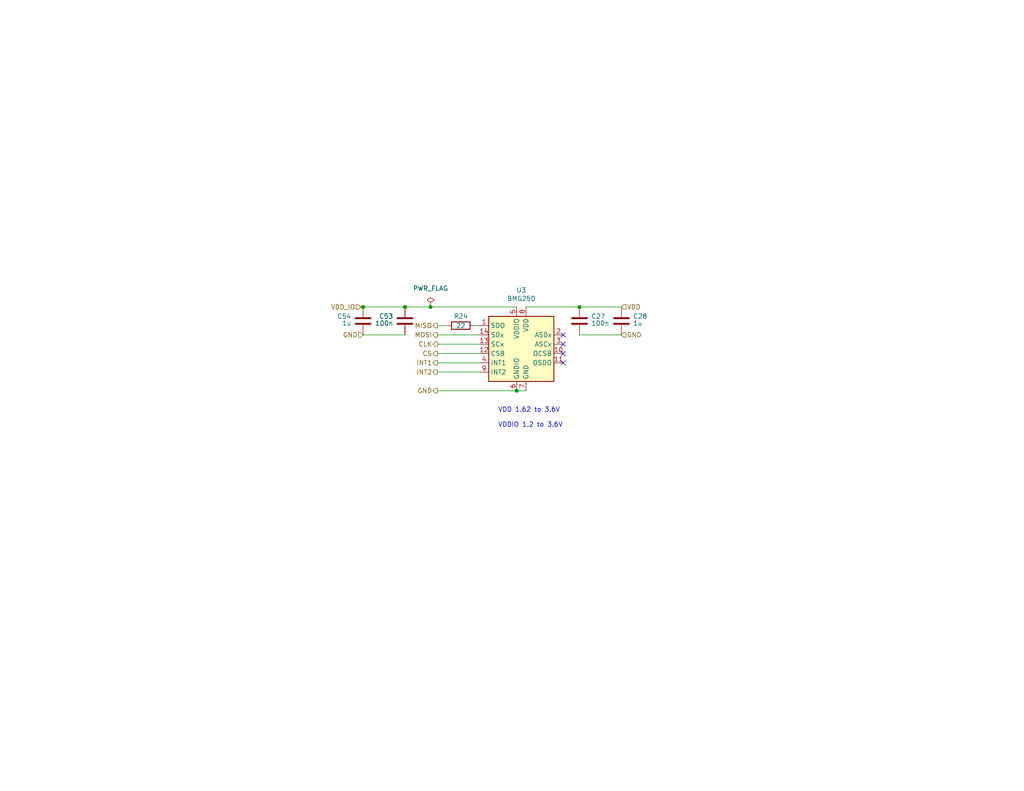
<source format=kicad_sch>
(kicad_sch (version 20231120) (generator "eeschema") (generator_version "8.0")
  (paper "A")
  (title_block (title "I3G4250D 3-axis digital gyroscope") (date "2020-04-27"))
  (lib_symbols
    (symbol "AVIONICS_BOARD-rescue:BMG250-1K_Custom_Symbol"
      (property "Reference" "U" (at -10.16 8.89 0))
      (property "Value" "1K_Custom_Symbol_BMG250" (at 10.16 10.16 0))
      (symbol "BMG250-1K_Custom_Symbol_1_1"
        (rectangle (start -10.16 7.62) (end 7.62 -10.16) (stroke (width 0.254)) (fill (type background)))
        (pin bidirectional line (at -12.7 5.08 0) (length 2.54) (name "SDO") (number "1"))
        (pin bidirectional line (at 10.16 -2.54 180) (length 2.54) (name "OCSB") (number "10"))
        (pin bidirectional line (at 10.16 -5.08 180) (length 2.54) (name "OSDO") (number "11"))
        (pin input line (at -12.7 -2.54 0) (length 2.54) (name "CSB") (number "12"))
        (pin input line (at -12.7 0 0) (length 2.54) (name "SCx") (number "13"))
        (pin bidirectional line (at -12.7 2.54 0) (length 2.54) (name "SDx") (number "14"))
        (pin bidirectional line (at 10.16 2.54 180) (length 2.54) (name "ASDx") (number "2"))
        (pin output line (at 10.16 0 180) (length 2.54) (name "ASCx") (number "3"))
        (pin bidirectional line (at -12.7 -5.08 0) (length 2.54) (name "INT1") (number "4"))
        (pin power_in line (at -2.54 10.16 270) (length 2.54) (name "VDDIO") (number "5"))
        (pin power_in line (at -2.54 -12.7 90) (length 2.54) (name "GNDIO") (number "6"))
        (pin power_in line (at 0 -12.7 90) (length 2.54) (name "GND") (number "7"))
        (pin power_in line (at 0 10.16 270) (length 2.54) (name "VDD") (number "8"))
        (pin bidirectional line (at -12.7 -7.62 0) (length 2.54) (name "INT2") (number "9"))
      )
    )
    (symbol "Device:C" (pin_numbers hide) (pin_names (offset 0.254))
      (property "Reference" "C" (at 0.635 2.54 0))
      (property "Value" "C" (at 0.635 -2.54 0))
      (symbol "C_0_1"
        (polyline (pts (xy -2.032 -0.762) (xy 2.032 -0.762)) (stroke (width 0.508)))
        (polyline (pts (xy -2.032 0.762) (xy 2.032 0.762)) (stroke (width 0.508)))
      )
      (symbol "C_1_1"
        (pin passive line (at 0 3.81 270) (length 2.794) (name "~") (number "1"))
        (pin passive line (at 0 -3.81 90) (length 2.794) (name "~") (number "2"))
      )
    )
    (symbol "Device:R" (pin_numbers hide) (pin_names (offset 0))
      (property "Reference" "R" (at 2.032 0 90))
      (property "Value" "R" (at 0 0 90))
      (symbol "R_0_1"
        (rectangle (start -1.016 -2.54) (end 1.016 2.54) (stroke (width 0.254)))
      )
      (symbol "R_1_1"
        (pin passive line (at 0 3.81 270) (length 1.27) (name "~") (number "1"))
        (pin passive line (at 0 -3.81 90) (length 1.27) (name "~") (number "2"))
      )
    )
    (symbol "power:PWR_FLAG" (power) (pin_numbers hide) (pin_names (offset 0) hide)
      (property "Value" "PWR_FLAG" (at 0 3.81 0))
      (symbol "PWR_FLAG_0_0"
        (pin power_out line (at 0 0 90) (length 0) (name "~") (number "1"))
      )
      (symbol "PWR_FLAG_0_1"
        (polyline (pts (xy 0 0) (xy 0 1.27) (xy -1.016 1.905) (xy 0 2.54) (xy 1.016 1.905) (xy 0 1.27)))
      )
    )
  )
  (junction (at 158.115 83.82))
  (junction (at 110.49 83.82))
  (junction (at 117.475 83.82))
  (junction (at 99.06 83.82))
  (junction (at 140.97 106.68))
  (no_connect (at 153.67 91.44))
  (no_connect (at 153.67 96.52))
  (no_connect (at 153.67 93.98))
  (no_connect (at 153.67 99.06))
  (wire (pts (xy 119.38 106.68) (xy 140.97 106.68)))
  (wire (pts (xy 110.49 91.44) (xy 99.06 91.44)))
  (wire (pts (xy 130.81 99.06) (xy 119.38 99.06)))
  (wire (pts (xy 130.81 93.98) (xy 119.38 93.98)))
  (wire (pts (xy 140.97 106.68) (xy 143.51 106.68)))
  (wire (pts (xy 130.81 88.9) (xy 129.54 88.9)))
  (wire (pts (xy 99.06 83.82) (xy 110.49 83.82)))
  (wire (pts (xy 143.51 83.82) (xy 158.115 83.82)))
  (wire (pts (xy 110.49 83.82) (xy 117.475 83.82)))
  (wire (pts (xy 119.38 91.44) (xy 130.81 91.44)))
  (wire (pts (xy 98.425 83.82) (xy 99.06 83.82)))
  (wire (pts (xy 119.38 96.52) (xy 130.81 96.52)))
  (wire (pts (xy 158.115 91.44) (xy 169.545 91.44)))
  (wire (pts (xy 119.38 101.6) (xy 130.81 101.6)))
  (wire (pts (xy 158.115 83.82) (xy 169.545 83.82)))
  (wire (pts (xy 117.475 83.82) (xy 140.97 83.82)))
  (wire (pts (xy 121.92 88.9) (xy 119.38 88.9)))
  (text "VDD 1.62 to 3.6V\n\nVDDIO 1.2 to 3.6V" (at 135.89 116.84 0) (effects (font (size 1.27 1.27)) (justify left bottom)))
  (hierarchical_label "VDD_IO" (shape input) (at 98.425 83.82 180))
  (hierarchical_label "GND" (shape input) (at 99.06 91.44 180))
  (hierarchical_label "MISO" (shape output) (at 119.38 88.9 180))
  (hierarchical_label "GND" (shape input) (at 169.545 91.44 0))
  (hierarchical_label "CLK" (shape output) (at 119.38 93.98 180))
  (hierarchical_label "INT1" (shape output) (at 119.38 99.06 180))
  (hierarchical_label "INT2" (shape output) (at 119.38 101.6 180))
  (hierarchical_label "GND" (shape output) (at 119.38 106.68 180))
  (hierarchical_label "CS" (shape output) (at 119.38 96.52 180))
  (hierarchical_label "VDD" (shape input) (at 169.545 83.82 0))
  (hierarchical_label "MOSI" (shape output) (at 119.38 91.44 180))
  (symbol (lib_id "Device:C") (at 169.545 87.63 0) (unit 1)
    (property "Reference" "C28" (at 172.72 86.36 0) (effects (justify left)))
    (property "Value" "1u" (at 172.72 88.265 0) (effects (justify left)))
    (property "Footprint" "Capacitor_SMD:C_0402_1005Metric_Pad0.74x0.62mm_HandSolder" (effects (hide yes)))
    (property "Voltage" "25V" (effects (hide yes)))
    (property "Mfr. #" "CL10B104KA8NNNC" (effects (hide yes)))
    (property "Order" "https://www.digikey.com/product-detail/en/samsung-electro-mechanics/CL10B104KA8NNNC/1276-1006-1-ND/3889092" (effects (hide yes)))
  )
  (symbol (lib_id "AVIONICS_BOARD-rescue:BMG250-1K_Custom_Symbol") (at 143.51 93.98 0) (unit 1)
    (property "Reference" "U3" (at 142.24 79.2226 0))
    (property "Value" "BMG250" (at 142.24 81.534 0))
    (property "Footprint" "Package_LGA:Bosch_LGA-14_3x2.5mm_P0.5mm" (effects (hide yes)))
    (property "Datasheet" "https://ae-bst.resource.bosch.com/media/_tech/media/datasheets/BST-BMG250-DS000.pdf" (effects (hide yes)))
    (property "Mfr. #" "BMG250" (effects (hide yes)))
    (property "Order" "https://www.digikey.com/product-detail/en/bosch-sensortec/BMG250/828-1065-1-ND/6187900" (effects (hide yes)))
  )
  (symbol (lib_id "Device:C") (at 158.115 87.63 0) (unit 1)
    (property "Reference" "C27" (at 161.29 86.36 0) (effects (justify left)))
    (property "Value" "100n" (at 161.29 88.265 0) (effects (justify left)))
    (property "Footprint" "Capacitor_SMD:C_0402_1005Metric_Pad0.74x0.62mm_HandSolder" (effects (hide yes)))
    (property "Voltage" "25V" (effects (hide yes)))
    (property "Mfr. #" "CL10B104KA8NNNC" (effects (hide yes)))
    (property "Order" "https://www.digikey.com/product-detail/en/samsung-electro-mechanics/CL10B104KA8NNNC/1276-1006-1-ND/3889092" (effects (hide yes)))
  )
  (symbol (lib_id "Device:R") (at 125.73 88.9 270) (unit 1)
    (property "Reference" "R24" (at 125.73 86.36 90))
    (property "Value" "22" (at 125.73 88.9 90))
    (property "Footprint" "Resistor_SMD:R_0402_1005Metric_Pad0.72x0.64mm_HandSolder" (effects (hide yes)))
    (property "Mfr. #" "RK73Z1JTTD" (effects (hide yes)))
    (property "Order" "https://www.digikey.com/product-detail/en/koa-speer-electronics-inc/RK73Z1JTTD/2019-RK73Z1JTTDCT-ND/9847522" (effects (hide yes)))
  )
  (symbol (lib_id "Device:C") (at 110.49 87.63 0) (mirror y) (unit 1)
    (property "Reference" "C53" (at 107.315 86.36 0) (effects (justify left)))
    (property "Value" "100n" (at 107.315 88.265 0) (effects (justify left)))
    (property "Footprint" "Capacitor_SMD:C_0402_1005Metric_Pad0.74x0.62mm_HandSolder" (effects (hide yes)))
    (property "Voltage" "25V" (effects (hide yes)))
    (property "Mfr. #" "CL10B104KA8NNNC" (effects (hide yes)))
    (property "Order" "https://www.digikey.com/product-detail/en/samsung-electro-mechanics/CL10B104KA8NNNC/1276-1006-1-ND/3889092" (effects (hide yes)))
  )
  (symbol (lib_id "Device:C") (at 99.06 87.63 0) (mirror y) (unit 1)
    (property "Reference" "C54" (at 95.885 86.36 0) (effects (justify left)))
    (property "Value" "1u" (at 95.885 88.265 0) (effects (justify left)))
    (property "Footprint" "Capacitor_SMD:C_0402_1005Metric_Pad0.74x0.62mm_HandSolder" (effects (hide yes)))
    (property "Voltage" "25V" (effects (hide yes)))
    (property "Mfr. #" "CL10B104KA8NNNC" (effects (hide yes)))
    (property "Order" "https://www.digikey.com/product-detail/en/samsung-electro-mechanics/CL10B104KA8NNNC/1276-1006-1-ND/3889092" (effects (hide yes)))
  )
  (symbol (lib_id "power:PWR_FLAG") (at 117.475 83.82 0) (unit 1)
    (property "Reference" "#FLG010" (effects (hide yes)))
    (property "Value" "PWR_FLAG" (at 117.475 78.74 0))
    (property "Description" "Special symbol for telling ERC where power comes from" (effects (hide yes)))
  )
)
</source>
